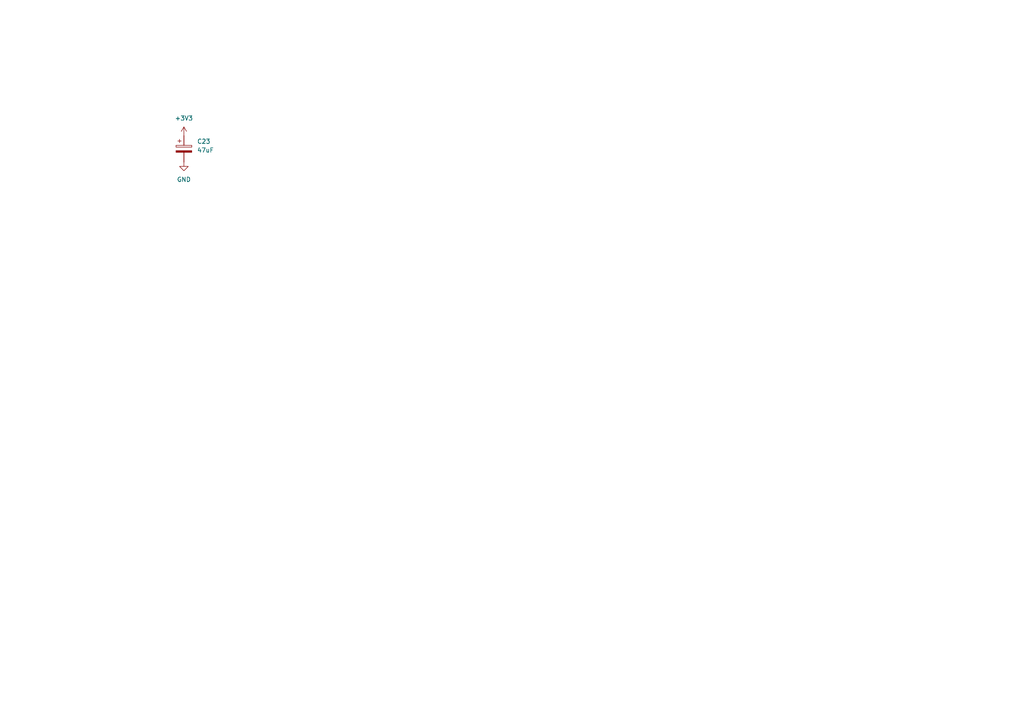
<source format=kicad_sch>
(kicad_sch (version 20230121) (generator eeschema)
  (paper "A4")
  (lib_symbols
    (symbol "Device:C_Polarized" (pin_numbers hide) (pin_names (offset 0.254))
      (property "Reference" "C" (at 0.635 2.54 0))
      (property "Value" "C_Polarized" (at 0.635 -2.54 0))
      (symbol "C_Polarized_0_1"
        (rectangle (start -2.286 0.508) (end 2.286 1.016))
        (polyline (pts (xy -1.778 2.286) (xy -0.762 2.286)))
        (polyline (pts (xy -1.27 2.794) (xy -1.27 1.778)))
        (rectangle (start 2.286 -0.508) (end -2.286 -1.016) (fill (type outline)))
      )
      (symbol "C_Polarized_1_1"
        (pin passive line (at 0 3.81 270) (length 2.794) (name "~") (number "1"))
        (pin passive line (at 0 -3.81 90) (length 2.794) (name "~") (number "2"))
      )
    )
    (symbol "power:+3V3" (power) (pin_names (offset 0))
      (property "Value" "+3V3" (at 0 3.556 0))
      (symbol "+3V3_0_1"
        (polyline (pts (xy -0.762 1.27) (xy 0 2.54)))
        (polyline (pts (xy 0 0) (xy 0 2.54)))
        (polyline (pts (xy 0 2.54) (xy 0.762 1.27)))
      )
      (symbol "+3V3_1_1"
        (pin power_in line (at 0 0 90) (length 0) hide (name "+3V3") (number "1"))
      )
    )
    (symbol "power:GND" (power) (pin_names (offset 0))
      (property "Value" "GND" (at 0 -3.81 0))
      (symbol "GND_0_1"
        (polyline (pts (xy 0 0) (xy 0 -1.27) (xy 1.27 -1.27) (xy 0 -2.54) (xy -1.27 -1.27) (xy 0 -1.27)))
      )
      (symbol "GND_1_1"
        (pin power_in line (at 0 0 270) (length 0) hide (name "GND") (number "1"))
      )
    )
  )
  (symbol (lib_id "power:+3V3") (at 53.34 39.37 0) (unit 1)
    (property "Reference" "#PWR029" (effects hide))
    (property "Value" "+3V3" (at 53.34 34.29 0))
    (instances (project "RP2040_TB" (path "" (reference "#PWR029") (unit 1))) (project "RP2040_KBD" (path "" (reference "#PWR030") (unit 1)) (path "" (reference "#PWR051") (unit 1))))
  )
  (symbol (lib_id "power:GND") (at 53.34 46.99 0) (unit 1)
    (property "Reference" "#PWR033" (effects hide))
    (property "Value" "GND" (at 53.34 52.07 0))
    (instances (project "RP2040_TB" (path "" (reference "#PWR033") (unit 1))) (project "RP2040_KBD" (path "" (reference "#PWR034") (unit 1)) (path "" (reference "#PWR052") (unit 1))))
  )
  (symbol (lib_id "Device:C_Polarized") (at 53.34 43.18 0) (unit 1) (on_board no)
    (property "Reference" "C23" (at 57.15 41.021 0) (effects (justify left)))
    (property "Value" "47uF" (at 57.15 43.561 0) (effects (justify left)))
    (property "Footprint" "Capacitor_SMD:CP_Elec_5x5.4" (effects hide))
  )
)
</source>
